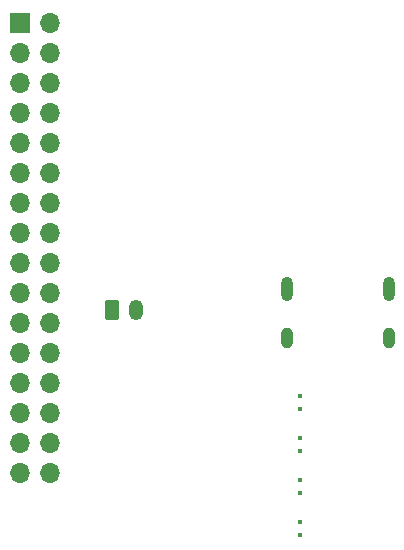
<source format=gbr>
%TF.GenerationSoftware,KiCad,Pcbnew,9.0.0*%
%TF.CreationDate,2025-03-25T22:48:29+02:00*%
%TF.ProjectId,EEE3088F Power Board,45454533-3038-4384-9620-506f77657220,rev?*%
%TF.SameCoordinates,Original*%
%TF.FileFunction,Copper,L2,Bot*%
%TF.FilePolarity,Positive*%
%FSLAX46Y46*%
G04 Gerber Fmt 4.6, Leading zero omitted, Abs format (unit mm)*
G04 Created by KiCad (PCBNEW 9.0.0) date 2025-03-25 22:48:29*
%MOMM*%
%LPD*%
G01*
G04 APERTURE LIST*
G04 Aperture macros list*
%AMRoundRect*
0 Rectangle with rounded corners*
0 $1 Rounding radius*
0 $2 $3 $4 $5 $6 $7 $8 $9 X,Y pos of 4 corners*
0 Add a 4 corners polygon primitive as box body*
4,1,4,$2,$3,$4,$5,$6,$7,$8,$9,$2,$3,0*
0 Add four circle primitives for the rounded corners*
1,1,$1+$1,$2,$3*
1,1,$1+$1,$4,$5*
1,1,$1+$1,$6,$7*
1,1,$1+$1,$8,$9*
0 Add four rect primitives between the rounded corners*
20,1,$1+$1,$2,$3,$4,$5,0*
20,1,$1+$1,$4,$5,$6,$7,0*
20,1,$1+$1,$6,$7,$8,$9,0*
20,1,$1+$1,$8,$9,$2,$3,0*%
G04 Aperture macros list end*
%TA.AperFunction,ComponentPad*%
%ADD10C,0.400000*%
%TD*%
%TA.AperFunction,ComponentPad*%
%ADD11RoundRect,0.250000X-0.350000X-0.625000X0.350000X-0.625000X0.350000X0.625000X-0.350000X0.625000X0*%
%TD*%
%TA.AperFunction,ComponentPad*%
%ADD12O,1.200000X1.750000*%
%TD*%
%TA.AperFunction,HeatsinkPad*%
%ADD13O,1.000000X2.100000*%
%TD*%
%TA.AperFunction,HeatsinkPad*%
%ADD14O,1.000000X1.800000*%
%TD*%
%TA.AperFunction,ComponentPad*%
%ADD15R,1.700000X1.700000*%
%TD*%
%TA.AperFunction,ComponentPad*%
%ADD16O,1.700000X1.700000*%
%TD*%
G04 APERTURE END LIST*
D10*
%TO.P,U8,9_1*%
%TO.N,N/C*%
X52850000Y-82420000D03*
%TO.P,U8,9_2*%
X52850000Y-83520000D03*
%TD*%
%TO.P,U6,9_1*%
%TO.N,N/C*%
X52850000Y-78870000D03*
%TO.P,U6,9_2*%
X52850000Y-79970000D03*
%TD*%
%TO.P,U5,9_1*%
%TO.N,N/C*%
X52850000Y-75320000D03*
%TO.P,U5,9_2*%
X52850000Y-76420000D03*
%TD*%
%TO.P,U4,9_1*%
%TO.N,N/C*%
X52850000Y-71770000D03*
%TO.P,U4,9_2*%
X52850000Y-72870000D03*
%TD*%
D11*
%TO.P,J3,1,Pin_1*%
%TO.N,/Batt+*%
X37000000Y-64550000D03*
D12*
%TO.P,J3,2,Pin_2*%
%TO.N,Net-(J3-Pin_2)*%
X39000000Y-64550000D03*
%TD*%
D13*
%TO.P,J2,S1,SHIELD*%
%TO.N,GND*%
X51750000Y-62715000D03*
D14*
X51750000Y-66915000D03*
D13*
X60390000Y-62715000D03*
D14*
X60390000Y-66915000D03*
%TD*%
D15*
%TO.P,J1,1,Pin_1*%
%TO.N,/MOTOR2_B_OUT*%
X29150000Y-40200000D03*
D16*
%TO.P,J1,2,Pin_2*%
%TO.N,/MOTOR2_A_OUT*%
X31690000Y-40200000D03*
%TO.P,J1,3,Pin_3*%
%TO.N,/MOTOR4_A_OUT*%
X29150000Y-42740000D03*
%TO.P,J1,4,Pin_4*%
%TO.N,/MOTOR2_CTRL1*%
X31690000Y-42740000D03*
%TO.P,J1,5,Pin_5*%
%TO.N,/MOTOR4_B_OUT_*%
X29150000Y-45280000D03*
%TO.P,J1,6,Pin_6*%
%TO.N,/MOTOR2_CTRL2*%
X31690000Y-45280000D03*
%TO.P,J1,7,Pin_7*%
%TO.N,/CTRL_EXT_LOAD2*%
X29150000Y-47820000D03*
%TO.P,J1,8,Pin_8*%
%TO.N,/MOTOR4_CTRL1*%
X31690000Y-47820000D03*
%TO.P,J1,9,Pin_9*%
%TO.N,unconnected-(J1-Pin_9-Pad9)*%
X29150000Y-50360000D03*
%TO.P,J1,10,Pin_10*%
%TO.N,/MOTOR4_CTRL2*%
X31690000Y-50360000D03*
%TO.P,J1,11,Pin_11*%
%TO.N,/EXT_LOAD2_OUT*%
X29150000Y-52900000D03*
%TO.P,J1,12,Pin_12*%
%TO.N,unconnected-(J1-Pin_12-Pad12)*%
X31690000Y-52900000D03*
%TO.P,J1,13,Pin_13*%
%TO.N,/FAST_CHARGE_CTRL*%
X29150000Y-55440000D03*
%TO.P,J1,14,Pin_14*%
%TO.N,/Battery*%
X31690000Y-55440000D03*
%TO.P,J1,15,Pin_15*%
%TO.N,unconnected-(J1-Pin_15-Pad15)*%
X29150000Y-57980000D03*
%TO.P,J1,16,Pin_16*%
%TO.N,/I2C1_SCL*%
X31690000Y-57980000D03*
%TO.P,J1,17,Pin_17*%
%TO.N,/I2C1_SDA*%
X29150000Y-60520000D03*
%TO.P,J1,18,Pin_18*%
%TO.N,+3V3*%
X31690000Y-60520000D03*
%TO.P,J1,19,Pin_19*%
%TO.N,GND*%
X29150000Y-63060000D03*
%TO.P,J1,20,Pin_20*%
%TO.N,+5V*%
X31690000Y-63060000D03*
%TO.P,J1,21,Pin_21*%
%TO.N,/EXT_LOAD1_OUT*%
X29150000Y-65600000D03*
%TO.P,J1,22,Pin_22*%
%TO.N,/HV*%
X31690000Y-65600000D03*
%TO.P,J1,23,Pin_23*%
%TO.N,GND*%
X29150000Y-68140000D03*
%TO.P,J1,24,Pin_24*%
%TO.N,/MOTOR3_CTRL1*%
X31690000Y-68140000D03*
%TO.P,J1,25,Pin_25*%
%TO.N,/CTRL_EXT_LOAD1*%
X29150000Y-70680000D03*
%TO.P,J1,26,Pin_26*%
%TO.N,/MOTOR3_CTRL2*%
X31690000Y-70680000D03*
%TO.P,J1,27,Pin_27*%
%TO.N,/MOTOR3_A_OUT*%
X29150000Y-73220000D03*
%TO.P,J1,28,Pin_28*%
%TO.N,/MOTOR1_CTRL1*%
X31690000Y-73220000D03*
%TO.P,J1,29,Pin_29*%
%TO.N,/MOTOR3_B_OUT*%
X29150000Y-75760000D03*
%TO.P,J1,30,Pin_30*%
%TO.N,/MOTOR1_CTRL2*%
X31690000Y-75760000D03*
%TO.P,J1,31,Pin_31*%
%TO.N,/MOTOR1_B_OUT*%
X29150000Y-78300000D03*
%TO.P,J1,32,Pin_32*%
%TO.N,/MOTOR1_A_OUT*%
X31690000Y-78300000D03*
%TD*%
M02*

</source>
